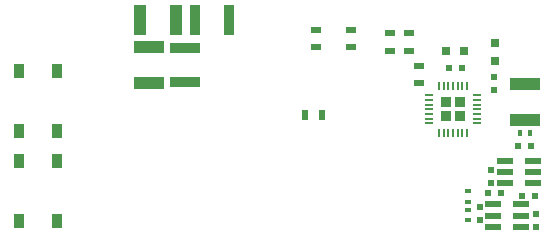
<source format=gbp>
G04 #@! TF.FileFunction,Paste,Bot*
%FSLAX46Y46*%
G04 Gerber Fmt 4.6, Leading zero omitted, Abs format (unit mm)*
G04 Created by KiCad (PCBNEW 4.0.1-stable) date Saturday, February 13, 2016 'PMt' 08:54:39 PM*
%MOMM*%
G01*
G04 APERTURE LIST*
%ADD10C,0.100000*%
%ADD11R,1.330000X0.560000*%
%ADD12R,0.500000X0.900000*%
%ADD13R,0.600000X0.500000*%
%ADD14R,0.500000X0.600000*%
%ADD15R,0.800000X0.750000*%
%ADD16R,0.750000X0.800000*%
%ADD17R,1.000000X2.500000*%
%ADD18R,2.500000X1.000000*%
%ADD19R,0.900000X2.500000*%
%ADD20R,0.900000X0.500000*%
%ADD21R,2.500000X0.900000*%
%ADD22R,0.400000X0.600000*%
%ADD23R,0.600000X0.400000*%
%ADD24R,0.800000X0.200000*%
%ADD25R,0.200000X0.800000*%
%ADD26R,0.900000X0.900000*%
%ADD27R,0.910000X1.220000*%
G04 APERTURE END LIST*
D10*
D11*
X213900000Y-88250000D03*
X213900000Y-87300000D03*
X213900000Y-86350000D03*
X216300000Y-86350000D03*
X216300000Y-88250000D03*
X216300000Y-87300000D03*
D12*
X198450000Y-82500000D03*
X196950000Y-82500000D03*
D13*
X210250000Y-78500000D03*
X209150000Y-78500000D03*
D14*
X213000000Y-80400000D03*
X213000000Y-79300000D03*
D15*
X210450000Y-77050000D03*
X208950000Y-77050000D03*
D16*
X213050000Y-76400000D03*
X213050000Y-77900000D03*
D17*
X186031000Y-74422000D03*
X183031000Y-74422000D03*
D18*
X183769000Y-79732000D03*
X183769000Y-76732000D03*
D19*
X190553000Y-74422000D03*
X187653000Y-74422000D03*
D20*
X206600000Y-79800000D03*
X206600000Y-78300000D03*
X204200000Y-77050000D03*
X204200000Y-75550000D03*
X205800000Y-75550000D03*
X205800000Y-77050000D03*
X200900000Y-76750000D03*
X200900000Y-75250000D03*
X197900000Y-76750000D03*
X197900000Y-75250000D03*
D21*
X186817000Y-79682000D03*
X186817000Y-76782000D03*
D14*
X216500000Y-91950000D03*
X216500000Y-90850000D03*
D13*
X216450000Y-89300000D03*
X215350000Y-89300000D03*
X213550000Y-89100000D03*
X212450000Y-89100000D03*
D14*
X211800000Y-91400000D03*
X211800000Y-90300000D03*
D13*
X216100000Y-85100000D03*
X215000000Y-85100000D03*
D14*
X212700000Y-88250000D03*
X212700000Y-87150000D03*
D18*
X215600000Y-82900000D03*
X215600000Y-79900000D03*
D22*
X216050000Y-84000000D03*
X215150000Y-84000000D03*
D23*
X210800000Y-89850000D03*
X210800000Y-88950000D03*
X210800000Y-91400000D03*
X210800000Y-90500000D03*
D24*
X211500000Y-80800000D03*
X211500000Y-81200000D03*
X211500000Y-81600000D03*
X211500000Y-82000000D03*
X211500000Y-82400000D03*
X211500000Y-82800000D03*
X211500000Y-83200000D03*
D25*
X210700000Y-84000000D03*
X210300000Y-84000000D03*
X209900000Y-84000000D03*
X209500000Y-84000000D03*
X209100000Y-84000000D03*
X208700000Y-84000000D03*
X208300000Y-84000000D03*
D24*
X207500000Y-83200000D03*
X207500000Y-82800000D03*
X207500000Y-82400000D03*
X207500000Y-82000000D03*
X207500000Y-81600000D03*
X207500000Y-81200000D03*
X207500000Y-80800000D03*
D25*
X208300000Y-80000000D03*
X208700000Y-80000000D03*
X209100000Y-80000000D03*
X209500000Y-80000000D03*
X209900000Y-80000000D03*
X210300000Y-80000000D03*
X210700000Y-80000000D03*
D26*
X208900000Y-82600000D03*
X208900000Y-81400000D03*
X210100000Y-82600000D03*
X210100000Y-81400000D03*
D11*
X212900000Y-91950000D03*
X212900000Y-91000000D03*
X212900000Y-90050000D03*
X215300000Y-90050000D03*
X215300000Y-91950000D03*
X215300000Y-91000000D03*
D27*
X172720000Y-86360000D03*
X175990000Y-86360000D03*
X172720000Y-78740000D03*
X175990000Y-78740000D03*
X172720000Y-91440000D03*
X175990000Y-91440000D03*
X172720000Y-83820000D03*
X175990000Y-83820000D03*
M02*

</source>
